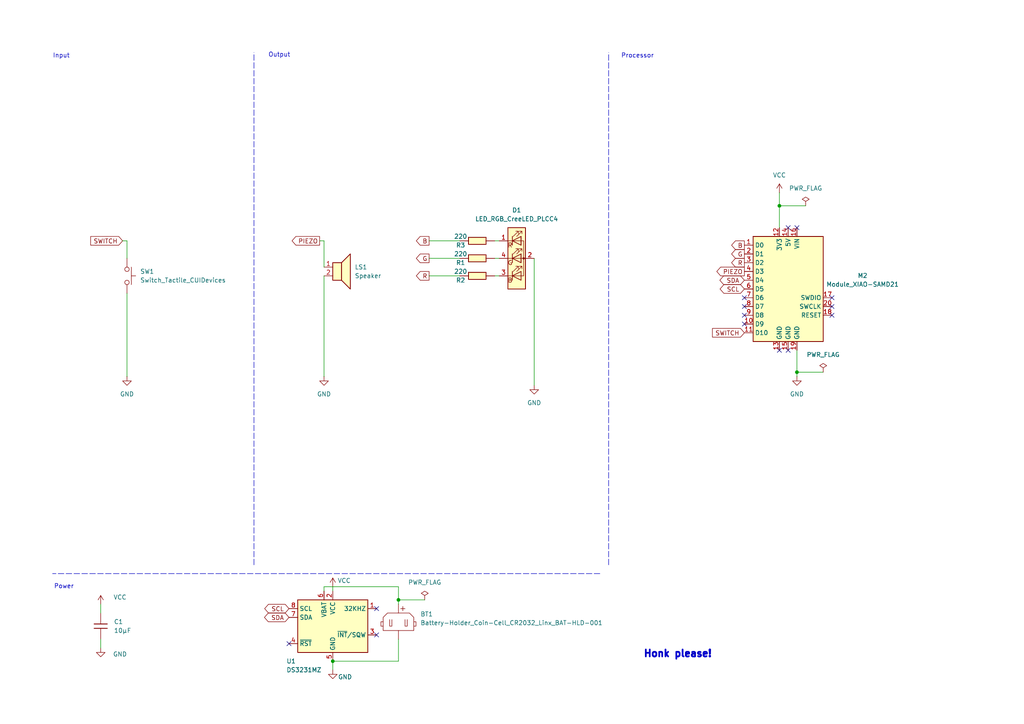
<source format=kicad_sch>
(kicad_sch (version 20250114) (generator "eeschema") (generator_version "9.0")
  (paper "A4")
  (lib_symbols
    (symbol "PCM_fab:Battery-Holder_Coin-Cell_CR2032_Linx_BAT-HLD-001" (pin_numbers (hide yes)) (pin_names (offset 0) (hide yes))
      (property "Reference" "BT" (at 5.715 1.27 0))
      (property "Value" "Battery-Holder_Coin-Cell_CR2032_Linx_BAT-HLD-001" (at 5.715 -1.27 0))
      (symbol "Battery-Holder_Coin-Cell_CR2032_Linx_BAT-HLD-001_0_1"
        (polyline (pts (xy -4.445 0) (xy -5.08 0) (xy -5.08 -1.27) (xy -4.445 -1.27)))
        (polyline (pts (xy -3.175 2.54) (xy 3.175 2.54) (xy 4.445 1.27) (xy 4.445 -2.54) (xy -4.445 -2.54) (xy -4.445 1.27) (xy -3.175 2.54)))
        (polyline (pts (xy -2.54 0.635) (xy -2.54 -1.27) (xy -1.905 -1.27) (xy -1.905 0.635)))
        (polyline (pts (xy 0.635 3.81) (xy 1.905 3.81)))
        (polyline (pts (xy 1.27 4.445) (xy 1.27 3.175)))
        (polyline (pts (xy 1.905 0.635) (xy 1.905 -1.27) (xy 2.54 -1.27) (xy 2.54 0.635)))
        (polyline (pts (xy 4.445 0) (xy 5.08 0) (xy 5.08 -1.27) (xy 4.445 -1.27)))
      )
      (symbol "Battery-Holder_Coin-Cell_CR2032_Linx_BAT-HLD-001_1_1"
        (pin passive line (at 0 5.08 270) (length 2.54) (name "+") (number "1"))
        (pin passive line (at 0 -5.08 90) (length 2.54) (name "-") (number "2"))
      )
    )
    (symbol "PCM_fab:C_1206" (pin_numbers (hide yes))
      (property "Reference" "C" (at 0.635 2.54 0))
      (property "Value" "C_1206" (at 0.635 -2.54 0))
      (symbol "C_1206_1_1"
        (polyline (pts (xy -1.905 0.635) (xy 1.905 0.635)) (stroke (width 0.25)))
        (polyline (pts (xy -1.905 -0.635) (xy 1.905 -0.635)) (stroke (width 0.25)))
        (pin passive line (at 0 3.81 270) (length 3.175) (name "~") (number "1"))
        (pin passive line (at 0 -3.81 90) (length 3.175) (name "~") (number "2"))
      )
    )
    (symbol "PCM_fab:LED_RGB_CreeLED_PLCC4" (pin_names (offset 0) (hide yes))
      (property "Reference" "D" (at 0 10.16 0))
      (property "Value" "LED_RGB_CreeLED_PLCC4" (at 0 -10.16 0))
      (symbol "LED_RGB_CreeLED_PLCC4_0_0"
        (text "R" (at -1.905 3.81 0) (effects (font (size 1.27 1.27))))
        (text "G" (at -1.905 -1.27 0) (effects (font (size 1.27 1.27))))
        (text "B" (at -1.905 -6.35 0) (effects (font (size 1.27 1.27))))
      )
      (symbol "LED_RGB_CreeLED_PLCC4_0_1"
        (rectangle (start -2.54 8.89) (end 2.54 -8.89) (stroke (width 0.254)) (fill (type background)))
        (polyline (pts (xy -1.27 6.35) (xy -1.27 3.81)) (stroke (width 0.2032)))
        (polyline (pts (xy -1.27 6.35) (xy -1.27 3.81) (xy -1.27 3.81)))
        (polyline (pts (xy -1.27 5.08) (xy -2.54 5.08)))
        (polyline (pts (xy -1.27 1.27) (xy -1.27 -1.27)) (stroke (width 0.2032)))
        (polyline (pts (xy -1.27 1.27) (xy -1.27 -1.27) (xy -1.27 -1.27)))
        (polyline (pts (xy -1.27 0) (xy -2.54 0)))
        (polyline (pts (xy -1.27 0) (xy 1.27 0)))
        (polyline (pts (xy -1.27 -3.81) (xy -1.27 -6.35)))
        (polyline (pts (xy -1.27 -3.81) (xy -1.27 -6.35)) (stroke (width 0.2032)))
        (polyline (pts (xy -1.27 -5.08) (xy -2.54 -5.08)))
        (polyline (pts (xy -1.27 -5.08) (xy 1.27 -5.08)))
        (polyline (pts (xy -1.016 6.35) (xy 0.508 7.874) (xy -0.254 7.874) (xy 0.508 7.874) (xy 0.508 7.112)))
        (polyline (pts (xy -1.016 1.27) (xy 0.508 2.794) (xy -0.254 2.794) (xy 0.508 2.794) (xy 0.508 2.032)))
        (polyline (pts (xy -1.016 -3.81) (xy 0.508 -2.286) (xy -0.254 -2.286) (xy 0.508 -2.286) (xy 0.508 -3.048)))
        (polyline (pts (xy 0 6.35) (xy 1.524 7.874) (xy 0.762 7.874) (xy 1.524 7.874) (xy 1.524 7.112)))
        (polyline (pts (xy 0 1.27) (xy 1.524 2.794) (xy 0.762 2.794) (xy 1.524 2.794) (xy 1.524 2.032)))
        (polyline (pts (xy 0 -3.81) (xy 1.524 -2.286) (xy 0.762 -2.286) (xy 1.524 -2.286) (xy 1.524 -3.048)))
        (polyline (pts (xy 1.27 6.35) (xy 1.27 3.81) (xy -1.27 5.08) (xy 1.27 6.35)) (stroke (width 0.2032)))
        (rectangle (start 1.27 6.35) (end 1.27 6.35))
        (polyline (pts (xy 1.27 5.08) (xy -1.27 5.08)))
        (rectangle (start 1.27 3.81) (end 1.27 6.35))
        (polyline (pts (xy 1.27 1.27) (xy 1.27 -1.27) (xy -1.27 0) (xy 1.27 1.27)) (stroke (width 0.2032)))
        (rectangle (start 1.27 1.27) (end 1.27 1.27))
        (polyline (pts (xy 1.27 0) (xy 2.54 0)))
        (rectangle (start 1.27 -1.27) (end 1.27 1.27))
        (polyline (pts (xy 1.27 -3.81) (xy 1.27 -6.35) (xy -1.27 -5.08) (xy 1.27 -3.81)) (stroke (width 0.2032)))
        (polyline (pts (xy 1.27 -5.08) (xy 2.032 -5.08) (xy 2.032 5.08) (xy 1.27 5.08)))
        (circle (center 2.032 0) (radius 0.254) (fill (type outline)))
      )
      (symbol "LED_RGB_CreeLED_PLCC4_1_1"
        (pin passive line (at -5.08 5.08 0) (length 2.54) (name "RK") (number "1"))
        (pin passive line (at -5.08 0 0) (length 2.54) (name "GK") (number "4"))
        (pin passive line (at -5.08 -5.08 0) (length 2.54) (name "BK") (number "3"))
        (pin passive line (at 5.08 0 180) (length 2.54) (name "A") (number "2"))
      )
    )
    (symbol "PCM_fab:Module_XIAO-SAMD21"
      (property "Reference" "M" (at -10.16 16.51 0))
      (property "Value" "Module_XIAO-SAMD21" (at 3.81 16.51 0))
      (symbol "Module_XIAO-SAMD21_1_1"
        (rectangle (start -10.16 15.24) (end 10.16 -15.24) (stroke (width 0.254)) (fill (type background)))
        (pin bidirectional line (at -12.7 12.7 0) (length 2.54) (name "D0") (number "1"))
        (pin bidirectional line (at -12.7 10.16 0) (length 2.54) (name "D1") (number "2"))
        (pin bidirectional line (at -12.7 7.62 0) (length 2.54) (name "D2") (number "3"))
        (pin bidirectional line (at -12.7 5.08 0) (length 2.54) (name "D3") (number "4"))
        (pin bidirectional line (at -12.7 2.54 0) (length 2.54) (name "D4") (number "5"))
        (pin bidirectional line (at -12.7 0 0) (length 2.54) (name "D5") (number "6"))
        (pin bidirectional line (at -12.7 -2.54 0) (length 2.54) (name "D6") (number "7"))
        (pin bidirectional line (at -12.7 -5.08 0) (length 2.54) (name "D7") (number "8"))
        (pin bidirectional line (at -12.7 -7.62 0) (length 2.54) (name "D8") (number "9"))
        (pin bidirectional line (at -12.7 -10.16 0) (length 2.54) (name "D9") (number "10"))
        (pin bidirectional line (at -12.7 -12.7 0) (length 2.54) (name "D10") (number "11"))
        (pin power_in line (at -2.54 17.78 270) (length 2.54) (name "3V3") (number "12"))
        (pin power_in line (at -2.54 -17.78 90) (length 2.54) (name "GND") (number "13"))
        (pin power_in line (at 0 17.78 270) (length 2.54) (name "5V") (number "14"))
        (pin power_in line (at 0 -17.78 90) (length 2.54) (name "GND") (number "15"))
        (pin power_in line (at 2.54 17.78 270) (length 2.54) (name "VIN") (number "16"))
        (pin power_in line (at 2.54 -17.78 90) (length 2.54) (name "GND") (number "19"))
        (pin bidirectional line (at 12.7 -2.54 180) (length 2.54) (name "SWDIO") (number "17"))
        (pin input line (at 12.7 -5.08 180) (length 2.54) (name "SWCLK") (number "20"))
        (pin input line (at 12.7 -7.62 180) (length 2.54) (name "RESET") (number "18"))
      )
    )
    (symbol "PCM_fab:PWR_FLAG" (power) (pin_numbers (hide yes)) (pin_names (offset 0) (hide yes))
      (property "Value" "PWR_FLAG" (at 0 3.81 0))
      (symbol "PWR_FLAG_0_1"
        (polyline (pts (xy 0 0) (xy 0 1.27) (xy -1.016 1.905) (xy 0 2.54) (xy 1.016 1.905) (xy 0 1.27)))
      )
      (symbol "PWR_FLAG_1_0"
        (pin power_out line (at 0 0 90) (length 0) (name "PWR_FLAG") (number "1"))
      )
    )
    (symbol "PCM_fab:R_1206" (pin_numbers (hide yes)) (pin_names (offset 0))
      (property "Reference" "R" (at 2.54 0 90))
      (property "Value" "R_1206" (at -2.54 0 90))
      (symbol "R_1206_0_1"
        (rectangle (start -1.016 -2.54) (end 1.016 2.54) (stroke (width 0.254)) (fill (type background)))
      )
      (symbol "R_1206_1_1"
        (pin passive line (at 0 5.08 270) (length 2.54) (name "~") (number "1"))
        (pin passive line (at 0 -5.08 90) (length 2.54) (name "~") (number "2"))
      )
    )
    (symbol "PCM_fab:Speaker" (pin_names (offset 0) (hide yes))
      (property "Reference" "LS" (at 1.27 6.35 0))
      (property "Value" "Speaker" (at 1.27 3.81 0))
      (symbol "Speaker_0_0"
        (rectangle (start -1.27 2.54) (end 1.27 -2.54) (stroke (width 0.254)) (fill (type background)))
        (polyline (pts (xy 1.27 2.54) (xy 3.81 5.08) (xy 3.81 -5.08) (xy 1.27 -2.54)) (stroke (width 0.254)) (fill (type background)))
      )
      (symbol "Speaker_1_1"
        (pin input line (at -3.81 1.27 0) (length 2.54) (name "1") (number "1"))
        (pin input line (at -3.81 -1.27 0) (length 2.54) (name "2") (number "2"))
      )
    )
    (symbol "PCM_fab:Switch_Tactile_CUIDevices" (pin_numbers (hide yes)) (pin_names (hide yes))
      (property "Reference" "SW" (at 1.905 3.175 0))
      (property "Value" "Switch_Tactile_CUIDevices" (at 0 0 0))
      (symbol "Switch_Tactile_CUIDevices_0_1"
        (polyline (pts (xy -2.54 1.27) (xy 2.54 1.27)))
        (circle (center -1.905 0) (radius 0.635))
        (polyline (pts (xy 0 1.27) (xy 0 2.54)))
        (circle (center 1.905 0) (radius 0.635))
      )
      (symbol "Switch_Tactile_CUIDevices_1_1"
        (pin input line (at -5.08 0 0) (length 2.54) (name "") (number "1"))
        (pin input line (at -5.08 0 0) (length 2.54) (hide yes) (name "") (number "2"))
        (pin input line (at 5.08 0 180) (length 2.54) (name "") (number "3"))
        (pin input line (at 5.08 0 180) (length 2.54) (hide yes) (name "") (number "4"))
      )
    )
    (symbol "Timer_RTC:DS3231MZ"
      (property "Reference" "U" (at -7.62 8.89 0))
      (property "Value" "DS3231MZ" (at 11.43 8.89 0))
      (symbol "DS3231MZ_0_1"
        (rectangle (start -10.16 7.62) (end 10.16 -7.62) (stroke (width 0.254)) (fill (type background)))
      )
      (symbol "DS3231MZ_1_1"
        (pin input line (at -12.7 5.08 0) (length 2.54) (name "SCL") (number "8"))
        (pin bidirectional line (at -12.7 2.54 0) (length 2.54) (name "SDA") (number "7"))
        (pin bidirectional line (at -12.7 -5.08 0) (length 2.54) (name "~{RST}") (number "4"))
        (pin power_in line (at -2.54 10.16 270) (length 2.54) (name "VBAT") (number "6"))
        (pin power_in line (at 0 10.16 270) (length 2.54) (name "VCC") (number "2"))
        (pin power_in line (at 0 -10.16 90) (length 2.54) (name "GND") (number "5"))
        (pin open_collector line (at 12.7 5.08 180) (length 2.54) (name "32KHZ") (number "1"))
        (pin open_collector line (at 12.7 -2.54 180) (length 2.54) (name "~{INT}/SQW") (number "3"))
      )
    )
    (symbol "power:GND" (power) (pin_numbers (hide yes)) (pin_names (offset 0) (hide yes))
      (property "Value" "GND" (at 0 -3.81 0))
      (symbol "GND_0_1"
        (polyline (pts (xy 0 0) (xy 0 -1.27) (xy 1.27 -1.27) (xy 0 -2.54) (xy -1.27 -1.27) (xy 0 -1.27)))
      )
      (symbol "GND_1_1"
        (pin power_in line (at 0 0 270) (length 0) (name "~") (number "1"))
      )
    )
    (symbol "power:VCC" (power) (pin_numbers (hide yes)) (pin_names (offset 0) (hide yes))
      (property "Value" "VCC" (at 0 3.556 0))
      (symbol "VCC_0_1"
        (polyline (pts (xy -0.762 1.27) (xy 0 2.54)))
        (polyline (pts (xy 0 2.54) (xy 0.762 1.27)))
        (polyline (pts (xy 0 0) (xy 0 2.54)))
      )
      (symbol "VCC_1_1"
        (pin power_in line (at 0 0 90) (length 0) (name "~") (number "1"))
      )
    )
  )
  (text "Processor" (at 184.912 16.256 0) (effects (font (size 1.27 1.27))))
  (text "Power" (at 18.542 170.18 0) (effects (font (size 1.27 1.27))))
  (text "Honk please!" (at 196.596 189.738 0) (effects (font (size 2 2) (thickness 0.6) (bold yes))))
  (text "Input" (at 17.78 16.256 0) (effects (font (size 1.27 1.27))))
  (text "Output" (at 81.026 16.002 0) (effects (font (size 1.27 1.27))))
  (junction (at 226.06 59.69))
  (junction (at 115.57 173.99))
  (junction (at 96.52 191.77))
  (junction (at 231.14 107.95))
  (no_connect (at 109.22 176.53))
  (no_connect (at 215.9 86.36))
  (no_connect (at 215.9 93.98))
  (no_connect (at 241.3 88.9))
  (no_connect (at 228.6 66.04))
  (no_connect (at 215.9 91.44))
  (no_connect (at 109.22 184.15))
  (no_connect (at 83.82 186.69))
  (no_connect (at 241.3 86.36))
  (no_connect (at 231.14 66.04))
  (no_connect (at 215.9 88.9))
  (no_connect (at 226.06 101.6))
  (no_connect (at 241.3 91.44))
  (no_connect (at 228.6 101.6))
  (wire (pts (xy 231.14 107.95) (xy 238.76 107.95)))
  (wire (pts (xy 36.83 85.09) (xy 36.83 109.22)))
  (wire (pts (xy 96.52 191.77) (xy 96.52 194.31)))
  (wire (pts (xy 144.78 69.85) (xy 143.51 69.85)))
  (polyline (pts (xy 173.99 166.37) (xy 15.24 166.37)) (stroke (width 0) (type dash)))
  (wire (pts (xy 133.35 80.01) (xy 124.46 80.01)))
  (wire (pts (xy 93.98 170.18) (xy 115.57 170.18)))
  (wire (pts (xy 115.57 173.99) (xy 115.57 175.26)))
  (wire (pts (xy 144.78 74.93) (xy 143.51 74.93)))
  (wire (pts (xy 144.78 80.01) (xy 143.51 80.01)))
  (wire (pts (xy 93.98 69.85) (xy 93.98 77.47)))
  (polyline (pts (xy 73.66 163.83) (xy 73.66 15.24)) (stroke (width 0) (type dash)))
  (wire (pts (xy 92.71 69.85) (xy 93.98 69.85)))
  (wire (pts (xy 231.14 101.6) (xy 231.14 107.95)))
  (wire (pts (xy 93.98 170.18) (xy 93.98 171.45)))
  (wire (pts (xy 93.98 80.01) (xy 93.98 109.22)))
  (wire (pts (xy 154.94 74.93) (xy 154.94 111.76)))
  (wire (pts (xy 96.52 170.18) (xy 96.52 171.45)))
  (wire (pts (xy 115.57 170.18) (xy 115.57 173.99)))
  (wire (pts (xy 29.21 175.26) (xy 29.21 177.8)))
  (wire (pts (xy 133.35 74.93) (xy 124.46 74.93)))
  (wire (pts (xy 35.56 69.85) (xy 36.83 69.85)))
  (wire (pts (xy 29.21 185.42) (xy 29.21 187.96)))
  (wire (pts (xy 133.35 69.85) (xy 124.46 69.85)))
  (wire (pts (xy 226.06 55.88) (xy 226.06 59.69)))
  (wire (pts (xy 115.57 185.42) (xy 115.57 191.77)))
  (wire (pts (xy 36.83 69.85) (xy 36.83 74.93)))
  (wire (pts (xy 115.57 173.99) (xy 123.19 173.99)))
  (wire (pts (xy 231.14 107.95) (xy 231.14 109.22)))
  (wire (pts (xy 226.06 59.69) (xy 226.06 66.04)))
  (wire (pts (xy 115.57 191.77) (xy 96.52 191.77)))
  (wire (pts (xy 226.06 59.69) (xy 233.68 59.69)))
  (polyline (pts (xy 176.53 163.83) (xy 176.53 15.24)) (stroke (width 0) (type dash)))
  (global_label "SWITCH" (shape input) (at 35.56 69.85 180) (property "Intersheetrefs" "${INTERSHEET_REFS}" (effects (hide yes))))
  (global_label "G" (shape output) (at 124.46 74.93 180) (property "Intersheetrefs" "${INTERSHEET_REFS}" (effects (hide yes))))
  (global_label "R" (shape output) (at 215.9 76.2 180) (property "Intersheetrefs" "${INTERSHEET_REFS}" (effects (hide yes))))
  (global_label "B" (shape output) (at 215.9 71.12 180) (property "Intersheetrefs" "${INTERSHEET_REFS}" (effects (hide yes))))
  (global_label "SCL" (shape bidirectional) (at 215.9 83.82 180) (property "Intersheetrefs" "${INTERSHEET_REFS}" (effects (hide yes))))
  (global_label "PIEZO" (shape output) (at 215.9 78.74 180) (property "Intersheetrefs" "${INTERSHEET_REFS}" (effects (hide yes))))
  (global_label "SDA" (shape bidirectional) (at 83.82 179.07 180) (property "Intersheetrefs" "${INTERSHEET_REFS}" (effects (hide yes))))
  (global_label "G" (shape output) (at 215.9 73.66 180) (property "Intersheetrefs" "${INTERSHEET_REFS}" (effects (hide yes))))
  (global_label "SCL" (shape bidirectional) (at 83.82 176.53 180) (property "Intersheetrefs" "${INTERSHEET_REFS}" (effects (hide yes))))
  (global_label "R" (shape output) (at 124.46 80.01 180) (property "Intersheetrefs" "${INTERSHEET_REFS}" (effects (hide yes))))
  (global_label "SWITCH" (shape input) (at 215.9 96.52 180) (property "Intersheetrefs" "${INTERSHEET_REFS}" (effects (hide yes))))
  (global_label "SDA" (shape bidirectional) (at 215.9 81.28 180) (property "Intersheetrefs" "${INTERSHEET_REFS}" (effects (hide yes))))
  (global_label "PIEZO" (shape output) (at 92.71 69.85 180) (property "Intersheetrefs" "${INTERSHEET_REFS}" (effects (hide yes))))
  (global_label "B" (shape output) (at 124.46 69.85 180) (property "Intersheetrefs" "${INTERSHEET_REFS}" (effects (hide yes))))
  (symbol (lib_id "PCM_fab:Speaker") (at 97.79 78.74 0) (unit 1)
    (property "Reference" "LS1" (at 102.87 77.4699 0) (effects (justify left)))
    (property "Value" "Speaker" (at 102.87 80.0099 0) (effects (justify left)))
    (property "Footprint" "PCM_fab:PinHeader_01x02_P2.54mm_Horizontal_SMD" (effects (hide yes)))
    (property "Description" "Generic sound device" (effects (hide yes)))
  )
  (symbol (lib_id "power:GND") (at 29.21 187.96 0) (unit 1)
    (property "Reference" "#PWR07" (effects (hide yes)))
    (property "Value" "GND" (at 34.798 189.738 0))
    (property "Description" "Power symbol creates a global label with name \"GND\" , ground" (effects (hide yes)))
  )
  (symbol (lib_id "PCM_fab:R_1206") (at 138.43 69.85 90) (unit 1)
    (property "Reference" "R3" (at 133.604 71.12 90))
    (property "Value" "220" (at 133.604 68.58 90))
    (property "Footprint" "PCM_fab:R_1206" (effects (hide yes)))
    (property "Description" "Resistor" (effects (hide yes)))
  )
  (symbol (lib_id "PCM_fab:PWR_FLAG") (at 233.68 59.69 0) (unit 1)
    (property "Reference" "#FLG01" (effects (hide yes)))
    (property "Value" "PWR_FLAG" (at 233.68 54.61 0))
    (property "Description" "Special symbol for telling ERC where power comes from" (effects (hide yes)))
  )
  (symbol (lib_id "PCM_fab:C_1206") (at 29.21 181.61 0) (unit 1)
    (property "Reference" "C1" (at 33.02 180.3399 0) (effects (justify left)))
    (property "Value" "10µF" (at 33.02 182.8799 0) (effects (justify left)))
    (property "Footprint" "PCM_fab:C_1206" (effects (hide yes)))
    (property "Datasheet" "https://www.yageo.com/upload/media/product/productsearch/datasheet/mlcc/UPY-GP_NP0_16V-to-50V_18.pdf" (effects (hide yes)))
    (property "Description" "Unpolarized capacitor, SMD, 1206" (effects (hide yes)))
  )
  (symbol (lib_id "power:GND") (at 93.98 109.22 0) (unit 1)
    (property "Reference" "#PWR05" (effects (hide yes)))
    (property "Value" "GND" (at 93.98 114.3 0))
    (property "Description" "Power symbol creates a global label with name \"GND\" , ground" (effects (hide yes)))
  )
  (symbol (lib_id "power:VCC") (at 226.06 55.88 0) (unit 1)
    (property "Reference" "#PWR02" (effects (hide yes)))
    (property "Value" "VCC" (at 226.06 50.8 0))
    (property "Description" "Power symbol creates a global label with name \"VCC\"" (effects (hide yes)))
  )
  (symbol (lib_id "power:GND") (at 231.14 109.22 0) (unit 1)
    (property "Reference" "#PWR04" (effects (hide yes)))
    (property "Value" "GND" (at 231.14 114.3 0))
    (property "Description" "Power symbol creates a global label with name \"GND\" , ground" (effects (hide yes)))
  )
  (symbol (lib_id "power:GND") (at 96.52 194.31 0) (unit 1)
    (property "Reference" "#PWR09" (effects (hide yes)))
    (property "Value" "GND" (at 100.076 196.342 0))
    (property "Description" "Power symbol creates a global label with name \"GND\" , ground" (effects (hide yes)))
  )
  (symbol (lib_id "PCM_fab:Switch_Tactile_CUIDevices") (at 36.83 80.01 270) (unit 1)
    (property "Reference" "SW1" (at 40.64 78.7399 90) (effects (justify left)))
    (property "Value" "Switch_Tactile_CUIDevices" (at 40.64 81.2799 90) (effects (justify left)))
    (property "Footprint" "PCM_fab:Button_CUIDevices_TS04-66-43-BK-260-SMT_6.0x6.0mm" (effects (hide yes)))
    (property "Datasheet" "https://www.cuidevices.com/product/resource/ts04.pdf" (effects (hide yes)))
    (property "Description" "SWITCH TACTILE SPST-NO 0.05A 15V" (effects (hide yes)))
  )
  (symbol (lib_id "power:GND") (at 154.94 111.76 0) (unit 1)
    (property "Reference" "#PWR01" (effects (hide yes)))
    (property "Value" "GND" (at 154.94 116.84 0))
    (property "Description" "Power symbol creates a global label with name \"GND\" , ground" (effects (hide yes)))
  )
  (symbol (lib_id "PCM_fab:Battery-Holder_Coin-Cell_CR2032_Linx_BAT-HLD-001") (at 115.57 180.34 0) (unit 1)
    (property "Reference" "BT1" (at 121.92 178.1174 0) (effects (justify left)))
    (property "Value" "Battery-Holder_Coin-Cell_CR2032_Linx_BAT-HLD-001" (at 121.92 180.6574 0) (effects (justify left)))
    (property "Footprint" "PCM_fab:Battery-Holder_Coin-Cell_CR2032_Linx_BAT-HLD-001" (effects (hide yes)))
    (property "Datasheet" "https://linxtechnologies.com/wp/wp-content/uploads/bat-hld-001.pdf" (effects (hide yes)))
    (property "Description" "Single-cell battery, Linx BAT-HLD-001, Battery Retainer Coin, 20.0mm 1 Cell SMD (SMT) Tab" (effects (hide yes)))
  )
  (symbol (lib_id "PCM_fab:PWR_FLAG") (at 123.19 173.99 0) (unit 1)
    (property "Reference" "#FLG03" (effects (hide yes)))
    (property "Value" "PWR_FLAG" (at 123.19 168.91 0))
    (property "Description" "Special symbol for telling ERC where power comes from" (effects (hide yes)))
  )
  (symbol (lib_id "power:GND") (at 36.83 109.22 0) (unit 1)
    (property "Reference" "#PWR03" (effects (hide yes)))
    (property "Value" "GND" (at 36.83 114.3 0))
    (property "Description" "Power symbol creates a global label with name \"GND\" , ground" (effects (hide yes)))
  )
  (symbol (lib_id "PCM_fab:R_1206") (at 138.43 80.01 90) (unit 1)
    (property "Reference" "R2" (at 133.604 81.28 90))
    (property "Value" "220" (at 133.604 78.74 90))
    (property "Footprint" "PCM_fab:R_1206" (effects (hide yes)))
    (property "Description" "Resistor" (effects (hide yes)))
  )
  (symbol (lib_id "PCM_fab:Module_XIAO-SAMD21") (at 228.6 83.82 0) (unit 1)
    (property "Reference" "M2" (at 250.19 79.9398 0))
    (property "Value" "Module_XIAO-SAMD21" (at 250.19 82.4798 0))
    (property "Footprint" "PCM_fab:SeeedStudio_XIAO_SAMD21" (effects (hide yes)))
    (property "Datasheet" "https://www.digikey.com/en/products/detail/seeed-technology-co-ltd/102010328/11506471" (effects (hide yes)))
    (property "Description" "SAMD21 XIAO SAMD21 - ARM® Cortex®-M0+ MCU 32-Bit Embedded Evaluation Board" (effects (hide yes)))
  )
  (symbol (lib_id "PCM_fab:PWR_FLAG") (at 238.76 107.95 0) (unit 1)
    (property "Reference" "#FLG02" (effects (hide yes)))
    (property "Value" "PWR_FLAG" (at 238.76 102.87 0))
    (property "Description" "Special symbol for telling ERC where power comes from" (effects (hide yes)))
  )
  (symbol (lib_id "power:VCC") (at 29.21 175.26 0) (unit 1)
    (property "Reference" "#PWR06" (effects (hide yes)))
    (property "Value" "VCC" (at 34.798 173.228 0))
    (property "Description" "Power symbol creates a global label with name \"VCC\"" (effects (hide yes)))
  )
  (symbol (lib_id "PCM_fab:LED_RGB_CreeLED_PLCC4") (at 149.86 74.93 0) (unit 1)
    (property "Reference" "D1" (at 149.86 60.96 0))
    (property "Value" "LED_RGB_CreeLED_PLCC4" (at 149.86 63.5 0))
    (property "Footprint" "PCM_fab:LED_RGB_CreeLED_CLV1A-FKB" (effects (hide yes)))
    (property "Datasheet" "https://assets.cree-led.com/a/ds/h/HB-CLV1A-FKB.pdf" (effects (hide yes)))
    (property "Description" "LED RGB 4PLCC SMD" (effects (hide yes)))
  )
  (symbol (lib_id "power:VCC") (at 96.52 170.18 0) (unit 1)
    (property "Reference" "#PWR08" (effects (hide yes)))
    (property "Value" "VCC" (at 99.822 168.402 0))
    (property "Description" "Power symbol creates a global label with name \"VCC\"" (effects (hide yes)))
  )
  (symbol (lib_id "PCM_fab:R_1206") (at 138.43 74.93 90) (unit 1)
    (property "Reference" "R1" (at 133.604 76.2 90))
    (property "Value" "220" (at 133.604 73.66 90))
    (property "Footprint" "PCM_fab:R_1206" (effects (hide yes)))
    (property "Description" "Resistor" (effects (hide yes)))
  )
  (symbol (lib_id "Timer_RTC:DS3231MZ") (at 96.52 181.61 0) (unit 1)
    (property "Reference" "U1" (at 83.058 191.77 0) (effects (justify left)))
    (property "Value" "DS3231MZ" (at 83.058 194.31 0) (effects (justify left)))
    (property "Footprint" "Package_SO:SOIC-8_3.9x4.9mm_P1.27mm" (effects (hide yes)))
    (property "Datasheet" "http://datasheets.maximintegrated.com/en/ds/DS3231M.pdf" (effects (hide yes)))
    (property "Description" "±5ppm, I2C Real-Time Clock SOIC-8" (effects (hide yes)))
  )
)
</source>
